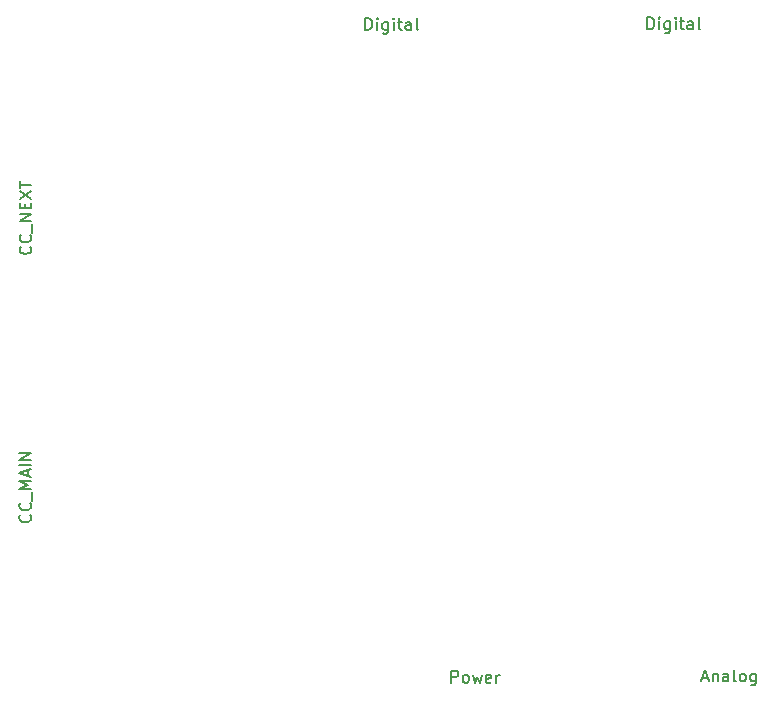
<source format=gbr>
G04 #@! TF.FileFunction,Other,Fab,Top*
%FSLAX46Y46*%
G04 Gerber Fmt 4.6, Leading zero omitted, Abs format (unit mm)*
G04 Created by KiCad (PCBNEW 4.0.1-stable) date Tue 12 Jul 2016 11:05:00 AM CEST*
%MOMM*%
G01*
G04 APERTURE LIST*
%ADD10C,0.100000*%
%ADD11C,0.150000*%
G04 APERTURE END LIST*
D10*
D11*
X34091809Y-1315981D02*
X34091809Y-315981D01*
X34472762Y-315981D01*
X34568000Y-363600D01*
X34615619Y-411219D01*
X34663238Y-506457D01*
X34663238Y-649314D01*
X34615619Y-744552D01*
X34568000Y-792171D01*
X34472762Y-839790D01*
X34091809Y-839790D01*
X35234666Y-1315981D02*
X35139428Y-1268362D01*
X35091809Y-1220743D01*
X35044190Y-1125505D01*
X35044190Y-839790D01*
X35091809Y-744552D01*
X35139428Y-696933D01*
X35234666Y-649314D01*
X35377524Y-649314D01*
X35472762Y-696933D01*
X35520381Y-744552D01*
X35568000Y-839790D01*
X35568000Y-1125505D01*
X35520381Y-1220743D01*
X35472762Y-1268362D01*
X35377524Y-1315981D01*
X35234666Y-1315981D01*
X35901333Y-649314D02*
X36091809Y-1315981D01*
X36282286Y-839790D01*
X36472762Y-1315981D01*
X36663238Y-649314D01*
X37425143Y-1268362D02*
X37329905Y-1315981D01*
X37139428Y-1315981D01*
X37044190Y-1268362D01*
X36996571Y-1173124D01*
X36996571Y-792171D01*
X37044190Y-696933D01*
X37139428Y-649314D01*
X37329905Y-649314D01*
X37425143Y-696933D01*
X37472762Y-792171D01*
X37472762Y-887410D01*
X36996571Y-982648D01*
X37901333Y-1315981D02*
X37901333Y-649314D01*
X37901333Y-839790D02*
X37948952Y-744552D01*
X37996571Y-696933D01*
X38091809Y-649314D01*
X38187048Y-649314D01*
X55297676Y-928667D02*
X55773867Y-928667D01*
X55202438Y-1214381D02*
X55535771Y-214381D01*
X55869105Y-1214381D01*
X56202438Y-547714D02*
X56202438Y-1214381D01*
X56202438Y-642952D02*
X56250057Y-595333D01*
X56345295Y-547714D01*
X56488153Y-547714D01*
X56583391Y-595333D01*
X56631010Y-690571D01*
X56631010Y-1214381D01*
X57535772Y-1214381D02*
X57535772Y-690571D01*
X57488153Y-595333D01*
X57392915Y-547714D01*
X57202438Y-547714D01*
X57107200Y-595333D01*
X57535772Y-1166762D02*
X57440534Y-1214381D01*
X57202438Y-1214381D01*
X57107200Y-1166762D01*
X57059581Y-1071524D01*
X57059581Y-976286D01*
X57107200Y-881048D01*
X57202438Y-833429D01*
X57440534Y-833429D01*
X57535772Y-785810D01*
X58154819Y-1214381D02*
X58059581Y-1166762D01*
X58011962Y-1071524D01*
X58011962Y-214381D01*
X58678629Y-1214381D02*
X58583391Y-1166762D01*
X58535772Y-1119143D01*
X58488153Y-1023905D01*
X58488153Y-738190D01*
X58535772Y-642952D01*
X58583391Y-595333D01*
X58678629Y-547714D01*
X58821487Y-547714D01*
X58916725Y-595333D01*
X58964344Y-642952D01*
X59011963Y-738190D01*
X59011963Y-1023905D01*
X58964344Y-1119143D01*
X58916725Y-1166762D01*
X58821487Y-1214381D01*
X58678629Y-1214381D01*
X59869106Y-547714D02*
X59869106Y-1357238D01*
X59821487Y-1452476D01*
X59773868Y-1500095D01*
X59678629Y-1547714D01*
X59535772Y-1547714D01*
X59440534Y-1500095D01*
X59869106Y-1166762D02*
X59773868Y-1214381D01*
X59583391Y-1214381D01*
X59488153Y-1166762D01*
X59440534Y-1119143D01*
X59392915Y-1023905D01*
X59392915Y-738190D01*
X59440534Y-642952D01*
X59488153Y-595333D01*
X59583391Y-547714D01*
X59773868Y-547714D01*
X59869106Y-595333D01*
X26816324Y53941719D02*
X26816324Y54941719D01*
X27054419Y54941719D01*
X27197277Y54894100D01*
X27292515Y54798862D01*
X27340134Y54703624D01*
X27387753Y54513148D01*
X27387753Y54370290D01*
X27340134Y54179814D01*
X27292515Y54084576D01*
X27197277Y53989338D01*
X27054419Y53941719D01*
X26816324Y53941719D01*
X27816324Y53941719D02*
X27816324Y54608386D01*
X27816324Y54941719D02*
X27768705Y54894100D01*
X27816324Y54846481D01*
X27863943Y54894100D01*
X27816324Y54941719D01*
X27816324Y54846481D01*
X28721086Y54608386D02*
X28721086Y53798862D01*
X28673467Y53703624D01*
X28625848Y53656005D01*
X28530609Y53608386D01*
X28387752Y53608386D01*
X28292514Y53656005D01*
X28721086Y53989338D02*
X28625848Y53941719D01*
X28435371Y53941719D01*
X28340133Y53989338D01*
X28292514Y54036957D01*
X28244895Y54132195D01*
X28244895Y54417910D01*
X28292514Y54513148D01*
X28340133Y54560767D01*
X28435371Y54608386D01*
X28625848Y54608386D01*
X28721086Y54560767D01*
X29197276Y53941719D02*
X29197276Y54608386D01*
X29197276Y54941719D02*
X29149657Y54894100D01*
X29197276Y54846481D01*
X29244895Y54894100D01*
X29197276Y54941719D01*
X29197276Y54846481D01*
X29530609Y54608386D02*
X29911561Y54608386D01*
X29673466Y54941719D02*
X29673466Y54084576D01*
X29721085Y53989338D01*
X29816323Y53941719D01*
X29911561Y53941719D01*
X30673467Y53941719D02*
X30673467Y54465529D01*
X30625848Y54560767D01*
X30530610Y54608386D01*
X30340133Y54608386D01*
X30244895Y54560767D01*
X30673467Y53989338D02*
X30578229Y53941719D01*
X30340133Y53941719D01*
X30244895Y53989338D01*
X30197276Y54084576D01*
X30197276Y54179814D01*
X30244895Y54275052D01*
X30340133Y54322671D01*
X30578229Y54322671D01*
X30673467Y54370290D01*
X31292514Y53941719D02*
X31197276Y53989338D01*
X31149657Y54084576D01*
X31149657Y54941719D01*
X50692324Y54005219D02*
X50692324Y55005219D01*
X50930419Y55005219D01*
X51073277Y54957600D01*
X51168515Y54862362D01*
X51216134Y54767124D01*
X51263753Y54576648D01*
X51263753Y54433790D01*
X51216134Y54243314D01*
X51168515Y54148076D01*
X51073277Y54052838D01*
X50930419Y54005219D01*
X50692324Y54005219D01*
X51692324Y54005219D02*
X51692324Y54671886D01*
X51692324Y55005219D02*
X51644705Y54957600D01*
X51692324Y54909981D01*
X51739943Y54957600D01*
X51692324Y55005219D01*
X51692324Y54909981D01*
X52597086Y54671886D02*
X52597086Y53862362D01*
X52549467Y53767124D01*
X52501848Y53719505D01*
X52406609Y53671886D01*
X52263752Y53671886D01*
X52168514Y53719505D01*
X52597086Y54052838D02*
X52501848Y54005219D01*
X52311371Y54005219D01*
X52216133Y54052838D01*
X52168514Y54100457D01*
X52120895Y54195695D01*
X52120895Y54481410D01*
X52168514Y54576648D01*
X52216133Y54624267D01*
X52311371Y54671886D01*
X52501848Y54671886D01*
X52597086Y54624267D01*
X53073276Y54005219D02*
X53073276Y54671886D01*
X53073276Y55005219D02*
X53025657Y54957600D01*
X53073276Y54909981D01*
X53120895Y54957600D01*
X53073276Y55005219D01*
X53073276Y54909981D01*
X53406609Y54671886D02*
X53787561Y54671886D01*
X53549466Y55005219D02*
X53549466Y54148076D01*
X53597085Y54052838D01*
X53692323Y54005219D01*
X53787561Y54005219D01*
X54549467Y54005219D02*
X54549467Y54529029D01*
X54501848Y54624267D01*
X54406610Y54671886D01*
X54216133Y54671886D01*
X54120895Y54624267D01*
X54549467Y54052838D02*
X54454229Y54005219D01*
X54216133Y54005219D01*
X54120895Y54052838D01*
X54073276Y54148076D01*
X54073276Y54243314D01*
X54120895Y54338552D01*
X54216133Y54386171D01*
X54454229Y54386171D01*
X54549467Y54433790D01*
X55168514Y54005219D02*
X55073276Y54052838D01*
X55025657Y54148076D01*
X55025657Y55005219D01*
X-1583797Y12890247D02*
X-1536178Y12842628D01*
X-1488559Y12699771D01*
X-1488559Y12604533D01*
X-1536178Y12461675D01*
X-1631416Y12366437D01*
X-1726654Y12318818D01*
X-1917130Y12271199D01*
X-2059988Y12271199D01*
X-2250464Y12318818D01*
X-2345702Y12366437D01*
X-2440940Y12461675D01*
X-2488559Y12604533D01*
X-2488559Y12699771D01*
X-2440940Y12842628D01*
X-2393321Y12890247D01*
X-1583797Y13890247D02*
X-1536178Y13842628D01*
X-1488559Y13699771D01*
X-1488559Y13604533D01*
X-1536178Y13461675D01*
X-1631416Y13366437D01*
X-1726654Y13318818D01*
X-1917130Y13271199D01*
X-2059988Y13271199D01*
X-2250464Y13318818D01*
X-2345702Y13366437D01*
X-2440940Y13461675D01*
X-2488559Y13604533D01*
X-2488559Y13699771D01*
X-2440940Y13842628D01*
X-2393321Y13890247D01*
X-1393321Y14080723D02*
X-1393321Y14842628D01*
X-1488559Y15080723D02*
X-2488559Y15080723D01*
X-1774273Y15414057D01*
X-2488559Y15747390D01*
X-1488559Y15747390D01*
X-1774273Y16175961D02*
X-1774273Y16652152D01*
X-1488559Y16080723D02*
X-2488559Y16414056D01*
X-1488559Y16747390D01*
X-1488559Y17080723D02*
X-2488559Y17080723D01*
X-1488559Y17556913D02*
X-2488559Y17556913D01*
X-1488559Y18128342D01*
X-2488559Y18128342D01*
X-1571097Y35602618D02*
X-1523478Y35554999D01*
X-1475859Y35412142D01*
X-1475859Y35316904D01*
X-1523478Y35174046D01*
X-1618716Y35078808D01*
X-1713954Y35031189D01*
X-1904430Y34983570D01*
X-2047288Y34983570D01*
X-2237764Y35031189D01*
X-2333002Y35078808D01*
X-2428240Y35174046D01*
X-2475859Y35316904D01*
X-2475859Y35412142D01*
X-2428240Y35554999D01*
X-2380621Y35602618D01*
X-1571097Y36602618D02*
X-1523478Y36554999D01*
X-1475859Y36412142D01*
X-1475859Y36316904D01*
X-1523478Y36174046D01*
X-1618716Y36078808D01*
X-1713954Y36031189D01*
X-1904430Y35983570D01*
X-2047288Y35983570D01*
X-2237764Y36031189D01*
X-2333002Y36078808D01*
X-2428240Y36174046D01*
X-2475859Y36316904D01*
X-2475859Y36412142D01*
X-2428240Y36554999D01*
X-2380621Y36602618D01*
X-1380621Y36793094D02*
X-1380621Y37554999D01*
X-1475859Y37793094D02*
X-2475859Y37793094D01*
X-1475859Y38364523D01*
X-2475859Y38364523D01*
X-1999669Y38840713D02*
X-1999669Y39174047D01*
X-1475859Y39316904D02*
X-1475859Y38840713D01*
X-2475859Y38840713D01*
X-2475859Y39316904D01*
X-2475859Y39650237D02*
X-1475859Y40316904D01*
X-2475859Y40316904D02*
X-1475859Y39650237D01*
X-2475859Y40554999D02*
X-2475859Y41126428D01*
X-1475859Y40840713D02*
X-2475859Y40840713D01*
M02*

</source>
